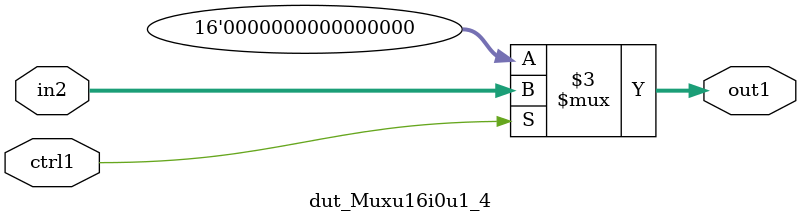
<source format=v>

`timescale 1ps / 1ps


module dut_Muxu16i0u1_4( in2, ctrl1, out1 );

    input [15:0] in2;
    input ctrl1;
    output [15:0] out1;
    reg [15:0] out1;

    
    // rtl_process:dut_Muxu16i0u1_4/dut_Muxu16i0u1_4_thread_1
    always @*
      begin : dut_Muxu16i0u1_4_thread_1
        case (ctrl1) 
          1'b1: 
            begin
              out1 = in2;
            end
          default: 
            begin
              out1 = 16'd00000;
            end
        endcase
      end

endmodule



</source>
